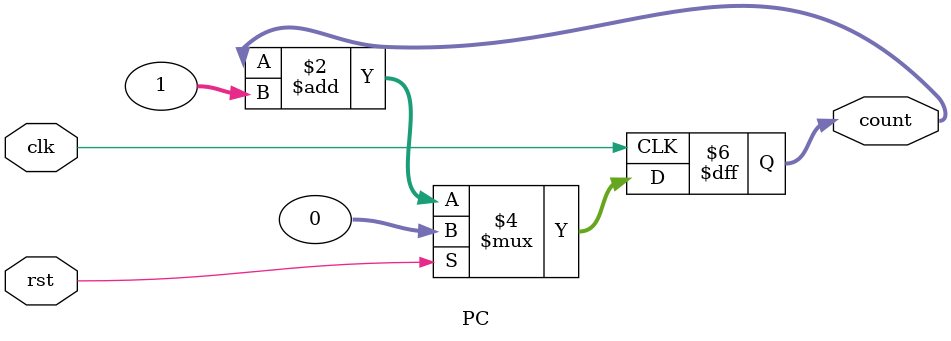
<source format=v>
module PC(clk,rst,count);
	input clk,rst;
	output [31:0]count;
	always @(posedge clk)
	begin
	if (rst)
	count=0;
	else
	count=count+1;
	end
	
endmodule
</source>
